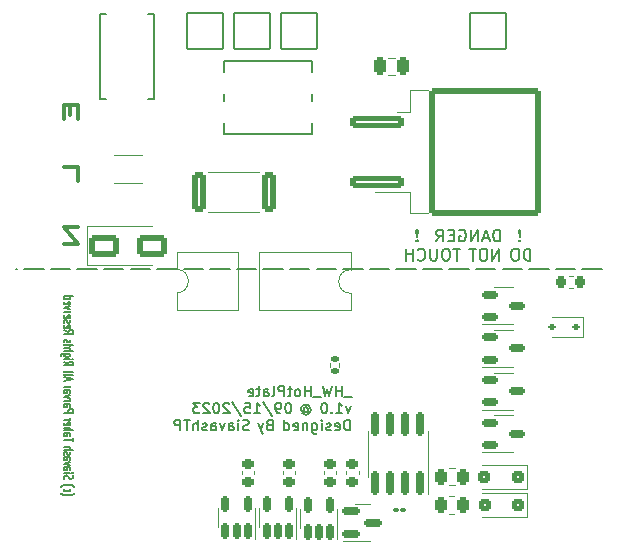
<source format=gbo>
G04 #@! TF.GenerationSoftware,KiCad,Pcbnew,(7.0.0)*
G04 #@! TF.CreationDate,2023-09-29T14:02:52-04:00*
G04 #@! TF.ProjectId,_HW_HotPlate,5f48575f-486f-4745-906c-6174652e6b69,rev?*
G04 #@! TF.SameCoordinates,Original*
G04 #@! TF.FileFunction,Legend,Bot*
G04 #@! TF.FilePolarity,Positive*
%FSLAX46Y46*%
G04 Gerber Fmt 4.6, Leading zero omitted, Abs format (unit mm)*
G04 Created by KiCad (PCBNEW (7.0.0)) date 2023-09-29 14:02:52*
%MOMM*%
%LPD*%
G01*
G04 APERTURE LIST*
G04 Aperture macros list*
%AMRoundRect*
0 Rectangle with rounded corners*
0 $1 Rounding radius*
0 $2 $3 $4 $5 $6 $7 $8 $9 X,Y pos of 4 corners*
0 Add a 4 corners polygon primitive as box body*
4,1,4,$2,$3,$4,$5,$6,$7,$8,$9,$2,$3,0*
0 Add four circle primitives for the rounded corners*
1,1,$1+$1,$2,$3*
1,1,$1+$1,$4,$5*
1,1,$1+$1,$6,$7*
1,1,$1+$1,$8,$9*
0 Add four rect primitives between the rounded corners*
20,1,$1+$1,$2,$3,$4,$5,0*
20,1,$1+$1,$4,$5,$6,$7,0*
20,1,$1+$1,$6,$7,$8,$9,0*
20,1,$1+$1,$8,$9,$2,$3,0*%
G04 Aperture macros list end*
%ADD10C,0.150000*%
%ADD11C,0.127000*%
%ADD12C,0.300000*%
%ADD13C,0.152400*%
%ADD14C,0.120000*%
%ADD15C,2.159000*%
%ADD16C,3.810000*%
%ADD17R,2.600000X2.600000*%
%ADD18C,2.600000*%
%ADD19R,1.700000X1.700000*%
%ADD20O,1.700000X1.700000*%
%ADD21C,3.600000*%
%ADD22C,5.600000*%
%ADD23O,0.890000X1.550000*%
%ADD24O,1.250000X0.950000*%
%ADD25RoundRect,0.102000X-1.500000X-1.500000X1.500000X-1.500000X1.500000X1.500000X-1.500000X1.500000X0*%
%ADD26R,3.000000X3.000000*%
%ADD27C,1.800000*%
%ADD28R,2.997200X1.193800*%
%ADD29O,2.997200X1.193800*%
%ADD30RoundRect,0.150000X0.150000X-0.512500X0.150000X0.512500X-0.150000X0.512500X-0.150000X-0.512500X0*%
%ADD31RoundRect,0.250000X-0.362500X-1.425000X0.362500X-1.425000X0.362500X1.425000X-0.362500X1.425000X0*%
%ADD32RoundRect,0.150000X-0.587500X-0.150000X0.587500X-0.150000X0.587500X0.150000X-0.587500X0.150000X0*%
%ADD33RoundRect,0.250000X-2.050000X-0.300000X2.050000X-0.300000X2.050000X0.300000X-2.050000X0.300000X0*%
%ADD34RoundRect,0.250002X-4.449998X-5.149998X4.449998X-5.149998X4.449998X5.149998X-4.449998X5.149998X0*%
%ADD35RoundRect,0.225000X0.250000X-0.225000X0.250000X0.225000X-0.250000X0.225000X-0.250000X-0.225000X0*%
%ADD36RoundRect,0.250000X-1.000000X-0.650000X1.000000X-0.650000X1.000000X0.650000X-1.000000X0.650000X0*%
%ADD37RoundRect,0.250000X0.262500X0.450000X-0.262500X0.450000X-0.262500X-0.450000X0.262500X-0.450000X0*%
%ADD38RoundRect,0.250000X0.300000X0.300000X-0.300000X0.300000X-0.300000X-0.300000X0.300000X-0.300000X0*%
%ADD39R,1.780000X2.000000*%
%ADD40RoundRect,0.150000X-0.512500X-0.150000X0.512500X-0.150000X0.512500X0.150000X-0.512500X0.150000X0*%
%ADD41RoundRect,0.100000X-0.130000X-0.100000X0.130000X-0.100000X0.130000X0.100000X-0.130000X0.100000X0*%
%ADD42R,2.100000X2.600000*%
%ADD43RoundRect,0.112500X0.187500X0.112500X-0.187500X0.112500X-0.187500X-0.112500X0.187500X-0.112500X0*%
%ADD44RoundRect,0.135000X0.185000X-0.135000X0.185000X0.135000X-0.185000X0.135000X-0.185000X-0.135000X0*%
%ADD45RoundRect,0.150000X0.150000X-0.825000X0.150000X0.825000X-0.150000X0.825000X-0.150000X-0.825000X0*%
%ADD46R,2.895600X2.603500*%
%ADD47RoundRect,0.250000X0.250000X0.475000X-0.250000X0.475000X-0.250000X-0.475000X0.250000X-0.475000X0*%
%ADD48RoundRect,0.218750X-0.218750X-0.256250X0.218750X-0.256250X0.218750X0.256250X-0.218750X0.256250X0*%
G04 APERTURE END LIST*
D10*
X165125400Y-150164800D02*
X163475400Y-150164800D01*
X162875400Y-150164800D02*
X161225400Y-150164800D01*
X160625400Y-150164800D02*
X158975400Y-150164800D01*
X158375400Y-150164800D02*
X156725400Y-150164800D01*
X156125400Y-150164800D02*
X154475400Y-150164800D01*
X153875400Y-150164800D02*
X152225400Y-150164800D01*
X151625400Y-150164800D02*
X149975400Y-150164800D01*
X149375400Y-150164800D02*
X147725400Y-150164800D01*
X147125400Y-150164800D02*
X145475400Y-150164800D01*
X144875400Y-150164800D02*
X143225400Y-150164800D01*
X142625400Y-150164800D02*
X140975400Y-150164800D01*
X140375400Y-150164800D02*
X138725400Y-150164800D01*
X138125400Y-150164800D02*
X136475400Y-150164800D01*
X135875400Y-150164800D02*
X134225400Y-150164800D01*
X133625400Y-150164800D02*
X131975400Y-150164800D01*
X131375400Y-150164800D02*
X129725400Y-150164800D01*
X129125400Y-150164800D02*
X127475400Y-150164800D01*
X126875400Y-150164800D02*
X125225400Y-150164800D01*
X124625400Y-150164800D02*
X122975400Y-150164800D01*
X122375400Y-150164800D02*
X120725400Y-150164800D01*
X120125400Y-150164800D02*
X118475400Y-150164800D01*
X117875400Y-150164800D02*
X116225400Y-150164800D01*
X115625400Y-150164800D02*
X115493800Y-150164800D01*
D11*
X119306340Y-169202706D02*
X119342625Y-169226897D01*
X119342625Y-169226897D02*
X119451482Y-169275278D01*
X119451482Y-169275278D02*
X119524054Y-169299468D01*
X119524054Y-169299468D02*
X119632911Y-169323659D01*
X119632911Y-169323659D02*
X119814340Y-169347849D01*
X119814340Y-169347849D02*
X119959482Y-169347849D01*
X119959482Y-169347849D02*
X120140911Y-169323659D01*
X120140911Y-169323659D02*
X120249768Y-169299468D01*
X120249768Y-169299468D02*
X120322340Y-169275278D01*
X120322340Y-169275278D02*
X120431197Y-169226897D01*
X120431197Y-169226897D02*
X120467482Y-169202706D01*
X119632911Y-168791468D02*
X119596625Y-168839849D01*
X119596625Y-168839849D02*
X119596625Y-168936611D01*
X119596625Y-168936611D02*
X119632911Y-168984992D01*
X119632911Y-168984992D02*
X119669197Y-169009182D01*
X119669197Y-169009182D02*
X119741768Y-169033373D01*
X119741768Y-169033373D02*
X119959482Y-169033373D01*
X119959482Y-169033373D02*
X120032054Y-169009182D01*
X120032054Y-169009182D02*
X120068340Y-168984992D01*
X120068340Y-168984992D02*
X120104625Y-168936611D01*
X120104625Y-168936611D02*
X120104625Y-168839849D01*
X120104625Y-168839849D02*
X120068340Y-168791468D01*
X119306340Y-168622134D02*
X119342625Y-168597944D01*
X119342625Y-168597944D02*
X119451482Y-168549563D01*
X119451482Y-168549563D02*
X119524054Y-168525372D01*
X119524054Y-168525372D02*
X119632911Y-168501182D01*
X119632911Y-168501182D02*
X119814340Y-168476991D01*
X119814340Y-168476991D02*
X119959482Y-168476991D01*
X119959482Y-168476991D02*
X120140911Y-168501182D01*
X120140911Y-168501182D02*
X120249768Y-168525372D01*
X120249768Y-168525372D02*
X120322340Y-168549563D01*
X120322340Y-168549563D02*
X120431197Y-168597944D01*
X120431197Y-168597944D02*
X120467482Y-168622134D01*
X119632911Y-167954477D02*
X119596625Y-167881905D01*
X119596625Y-167881905D02*
X119596625Y-167760953D01*
X119596625Y-167760953D02*
X119632911Y-167712572D01*
X119632911Y-167712572D02*
X119669197Y-167688381D01*
X119669197Y-167688381D02*
X119741768Y-167664191D01*
X119741768Y-167664191D02*
X119814340Y-167664191D01*
X119814340Y-167664191D02*
X119886911Y-167688381D01*
X119886911Y-167688381D02*
X119923197Y-167712572D01*
X119923197Y-167712572D02*
X119959482Y-167760953D01*
X119959482Y-167760953D02*
X119995768Y-167857715D01*
X119995768Y-167857715D02*
X120032054Y-167906096D01*
X120032054Y-167906096D02*
X120068340Y-167930286D01*
X120068340Y-167930286D02*
X120140911Y-167954477D01*
X120140911Y-167954477D02*
X120213482Y-167954477D01*
X120213482Y-167954477D02*
X120286054Y-167930286D01*
X120286054Y-167930286D02*
X120322340Y-167906096D01*
X120322340Y-167906096D02*
X120358625Y-167857715D01*
X120358625Y-167857715D02*
X120358625Y-167736762D01*
X120358625Y-167736762D02*
X120322340Y-167664191D01*
X119596625Y-167446476D02*
X120104625Y-167446476D01*
X120358625Y-167446476D02*
X120322340Y-167470667D01*
X120322340Y-167470667D02*
X120286054Y-167446476D01*
X120286054Y-167446476D02*
X120322340Y-167422286D01*
X120322340Y-167422286D02*
X120358625Y-167446476D01*
X120358625Y-167446476D02*
X120286054Y-167446476D01*
X119596625Y-166986857D02*
X119995768Y-166986857D01*
X119995768Y-166986857D02*
X120068340Y-167011047D01*
X120068340Y-167011047D02*
X120104625Y-167059428D01*
X120104625Y-167059428D02*
X120104625Y-167156190D01*
X120104625Y-167156190D02*
X120068340Y-167204571D01*
X119632911Y-166986857D02*
X119596625Y-167035238D01*
X119596625Y-167035238D02*
X119596625Y-167156190D01*
X119596625Y-167156190D02*
X119632911Y-167204571D01*
X119632911Y-167204571D02*
X119705482Y-167228762D01*
X119705482Y-167228762D02*
X119778054Y-167228762D01*
X119778054Y-167228762D02*
X119850625Y-167204571D01*
X119850625Y-167204571D02*
X119886911Y-167156190D01*
X119886911Y-167156190D02*
X119886911Y-167035238D01*
X119886911Y-167035238D02*
X119923197Y-166986857D01*
X120104625Y-166793333D02*
X119596625Y-166672381D01*
X119596625Y-166672381D02*
X120104625Y-166551428D01*
X119596625Y-166140190D02*
X119995768Y-166140190D01*
X119995768Y-166140190D02*
X120068340Y-166164380D01*
X120068340Y-166164380D02*
X120104625Y-166212761D01*
X120104625Y-166212761D02*
X120104625Y-166309523D01*
X120104625Y-166309523D02*
X120068340Y-166357904D01*
X119632911Y-166140190D02*
X119596625Y-166188571D01*
X119596625Y-166188571D02*
X119596625Y-166309523D01*
X119596625Y-166309523D02*
X119632911Y-166357904D01*
X119632911Y-166357904D02*
X119705482Y-166382095D01*
X119705482Y-166382095D02*
X119778054Y-166382095D01*
X119778054Y-166382095D02*
X119850625Y-166357904D01*
X119850625Y-166357904D02*
X119886911Y-166309523D01*
X119886911Y-166309523D02*
X119886911Y-166188571D01*
X119886911Y-166188571D02*
X119923197Y-166140190D01*
X119632911Y-165922476D02*
X119596625Y-165874095D01*
X119596625Y-165874095D02*
X119596625Y-165777333D01*
X119596625Y-165777333D02*
X119632911Y-165728952D01*
X119632911Y-165728952D02*
X119705482Y-165704761D01*
X119705482Y-165704761D02*
X119741768Y-165704761D01*
X119741768Y-165704761D02*
X119814340Y-165728952D01*
X119814340Y-165728952D02*
X119850625Y-165777333D01*
X119850625Y-165777333D02*
X119850625Y-165849904D01*
X119850625Y-165849904D02*
X119886911Y-165898285D01*
X119886911Y-165898285D02*
X119959482Y-165922476D01*
X119959482Y-165922476D02*
X119995768Y-165922476D01*
X119995768Y-165922476D02*
X120068340Y-165898285D01*
X120068340Y-165898285D02*
X120104625Y-165849904D01*
X120104625Y-165849904D02*
X120104625Y-165777333D01*
X120104625Y-165777333D02*
X120068340Y-165728952D01*
X119596625Y-165487047D02*
X120358625Y-165487047D01*
X119596625Y-165269333D02*
X119995768Y-165269333D01*
X119995768Y-165269333D02*
X120068340Y-165293523D01*
X120068340Y-165293523D02*
X120104625Y-165341904D01*
X120104625Y-165341904D02*
X120104625Y-165414476D01*
X120104625Y-165414476D02*
X120068340Y-165462857D01*
X120068340Y-165462857D02*
X120032054Y-165487047D01*
X120358625Y-164795200D02*
X120358625Y-164504914D01*
X119596625Y-164650057D02*
X120358625Y-164650057D01*
X119596625Y-164117866D02*
X119995768Y-164117866D01*
X119995768Y-164117866D02*
X120068340Y-164142056D01*
X120068340Y-164142056D02*
X120104625Y-164190437D01*
X120104625Y-164190437D02*
X120104625Y-164287199D01*
X120104625Y-164287199D02*
X120068340Y-164335580D01*
X119632911Y-164117866D02*
X119596625Y-164166247D01*
X119596625Y-164166247D02*
X119596625Y-164287199D01*
X119596625Y-164287199D02*
X119632911Y-164335580D01*
X119632911Y-164335580D02*
X119705482Y-164359771D01*
X119705482Y-164359771D02*
X119778054Y-164359771D01*
X119778054Y-164359771D02*
X119850625Y-164335580D01*
X119850625Y-164335580D02*
X119886911Y-164287199D01*
X119886911Y-164287199D02*
X119886911Y-164166247D01*
X119886911Y-164166247D02*
X119923197Y-164117866D01*
X119596625Y-163875961D02*
X120358625Y-163875961D01*
X119596625Y-163658247D02*
X119995768Y-163658247D01*
X119995768Y-163658247D02*
X120068340Y-163682437D01*
X120068340Y-163682437D02*
X120104625Y-163730818D01*
X120104625Y-163730818D02*
X120104625Y-163803390D01*
X120104625Y-163803390D02*
X120068340Y-163851771D01*
X120068340Y-163851771D02*
X120032054Y-163875961D01*
X119632911Y-163222818D02*
X119596625Y-163271199D01*
X119596625Y-163271199D02*
X119596625Y-163367961D01*
X119596625Y-163367961D02*
X119632911Y-163416342D01*
X119632911Y-163416342D02*
X119705482Y-163440533D01*
X119705482Y-163440533D02*
X119995768Y-163440533D01*
X119995768Y-163440533D02*
X120068340Y-163416342D01*
X120068340Y-163416342D02*
X120104625Y-163367961D01*
X120104625Y-163367961D02*
X120104625Y-163271199D01*
X120104625Y-163271199D02*
X120068340Y-163222818D01*
X120068340Y-163222818D02*
X119995768Y-163198628D01*
X119995768Y-163198628D02*
X119923197Y-163198628D01*
X119923197Y-163198628D02*
X119850625Y-163440533D01*
X119596625Y-162980913D02*
X120104625Y-162980913D01*
X119959482Y-162980913D02*
X120032054Y-162956723D01*
X120032054Y-162956723D02*
X120068340Y-162932532D01*
X120068340Y-162932532D02*
X120104625Y-162884151D01*
X120104625Y-162884151D02*
X120104625Y-162835770D01*
X119596625Y-162361637D02*
X120358625Y-162361637D01*
X120358625Y-162361637D02*
X120358625Y-162168113D01*
X120358625Y-162168113D02*
X120322340Y-162119732D01*
X120322340Y-162119732D02*
X120286054Y-162095542D01*
X120286054Y-162095542D02*
X120213482Y-162071351D01*
X120213482Y-162071351D02*
X120104625Y-162071351D01*
X120104625Y-162071351D02*
X120032054Y-162095542D01*
X120032054Y-162095542D02*
X119995768Y-162119732D01*
X119995768Y-162119732D02*
X119959482Y-162168113D01*
X119959482Y-162168113D02*
X119959482Y-162361637D01*
X119596625Y-161635923D02*
X119995768Y-161635923D01*
X119995768Y-161635923D02*
X120068340Y-161660113D01*
X120068340Y-161660113D02*
X120104625Y-161708494D01*
X120104625Y-161708494D02*
X120104625Y-161805256D01*
X120104625Y-161805256D02*
X120068340Y-161853637D01*
X119632911Y-161635923D02*
X119596625Y-161684304D01*
X119596625Y-161684304D02*
X119596625Y-161805256D01*
X119596625Y-161805256D02*
X119632911Y-161853637D01*
X119632911Y-161853637D02*
X119705482Y-161877828D01*
X119705482Y-161877828D02*
X119778054Y-161877828D01*
X119778054Y-161877828D02*
X119850625Y-161853637D01*
X119850625Y-161853637D02*
X119886911Y-161805256D01*
X119886911Y-161805256D02*
X119886911Y-161684304D01*
X119886911Y-161684304D02*
X119923197Y-161635923D01*
X119596625Y-161394018D02*
X120104625Y-161394018D01*
X119959482Y-161394018D02*
X120032054Y-161369828D01*
X120032054Y-161369828D02*
X120068340Y-161345637D01*
X120068340Y-161345637D02*
X120104625Y-161297256D01*
X120104625Y-161297256D02*
X120104625Y-161248875D01*
X120104625Y-161127923D02*
X119596625Y-161006971D01*
X119596625Y-161006971D02*
X120104625Y-160886018D01*
X119596625Y-160474780D02*
X119995768Y-160474780D01*
X119995768Y-160474780D02*
X120068340Y-160498970D01*
X120068340Y-160498970D02*
X120104625Y-160547351D01*
X120104625Y-160547351D02*
X120104625Y-160644113D01*
X120104625Y-160644113D02*
X120068340Y-160692494D01*
X119632911Y-160474780D02*
X119596625Y-160523161D01*
X119596625Y-160523161D02*
X119596625Y-160644113D01*
X119596625Y-160644113D02*
X119632911Y-160692494D01*
X119632911Y-160692494D02*
X119705482Y-160716685D01*
X119705482Y-160716685D02*
X119778054Y-160716685D01*
X119778054Y-160716685D02*
X119850625Y-160692494D01*
X119850625Y-160692494D02*
X119886911Y-160644113D01*
X119886911Y-160644113D02*
X119886911Y-160523161D01*
X119886911Y-160523161D02*
X119923197Y-160474780D01*
X119596625Y-160232875D02*
X120104625Y-160232875D01*
X119959482Y-160232875D02*
X120032054Y-160208685D01*
X120032054Y-160208685D02*
X120068340Y-160184494D01*
X120068340Y-160184494D02*
X120104625Y-160136113D01*
X120104625Y-160136113D02*
X120104625Y-160087732D01*
X119814340Y-159637790D02*
X119814340Y-159395885D01*
X119596625Y-159686171D02*
X120358625Y-159516837D01*
X120358625Y-159516837D02*
X119596625Y-159347504D01*
X119596625Y-159105599D02*
X119632911Y-159153980D01*
X119632911Y-159153980D02*
X119705482Y-159178170D01*
X119705482Y-159178170D02*
X120358625Y-159178170D01*
X119596625Y-158839504D02*
X119632911Y-158887885D01*
X119632911Y-158887885D02*
X119705482Y-158912075D01*
X119705482Y-158912075D02*
X120358625Y-158912075D01*
X119596625Y-158050894D02*
X119959482Y-158220228D01*
X119596625Y-158341180D02*
X120358625Y-158341180D01*
X120358625Y-158341180D02*
X120358625Y-158147656D01*
X120358625Y-158147656D02*
X120322340Y-158099275D01*
X120322340Y-158099275D02*
X120286054Y-158075085D01*
X120286054Y-158075085D02*
X120213482Y-158050894D01*
X120213482Y-158050894D02*
X120104625Y-158050894D01*
X120104625Y-158050894D02*
X120032054Y-158075085D01*
X120032054Y-158075085D02*
X119995768Y-158099275D01*
X119995768Y-158099275D02*
X119959482Y-158147656D01*
X119959482Y-158147656D02*
X119959482Y-158341180D01*
X119596625Y-157833180D02*
X120104625Y-157833180D01*
X120358625Y-157833180D02*
X120322340Y-157857371D01*
X120322340Y-157857371D02*
X120286054Y-157833180D01*
X120286054Y-157833180D02*
X120322340Y-157808990D01*
X120322340Y-157808990D02*
X120358625Y-157833180D01*
X120358625Y-157833180D02*
X120286054Y-157833180D01*
X120104625Y-157373561D02*
X119487768Y-157373561D01*
X119487768Y-157373561D02*
X119415197Y-157397751D01*
X119415197Y-157397751D02*
X119378911Y-157421942D01*
X119378911Y-157421942D02*
X119342625Y-157470323D01*
X119342625Y-157470323D02*
X119342625Y-157542894D01*
X119342625Y-157542894D02*
X119378911Y-157591275D01*
X119632911Y-157373561D02*
X119596625Y-157421942D01*
X119596625Y-157421942D02*
X119596625Y-157518704D01*
X119596625Y-157518704D02*
X119632911Y-157567085D01*
X119632911Y-157567085D02*
X119669197Y-157591275D01*
X119669197Y-157591275D02*
X119741768Y-157615466D01*
X119741768Y-157615466D02*
X119959482Y-157615466D01*
X119959482Y-157615466D02*
X120032054Y-157591275D01*
X120032054Y-157591275D02*
X120068340Y-157567085D01*
X120068340Y-157567085D02*
X120104625Y-157518704D01*
X120104625Y-157518704D02*
X120104625Y-157421942D01*
X120104625Y-157421942D02*
X120068340Y-157373561D01*
X119596625Y-157131656D02*
X120358625Y-157131656D01*
X119596625Y-156913942D02*
X119995768Y-156913942D01*
X119995768Y-156913942D02*
X120068340Y-156938132D01*
X120068340Y-156938132D02*
X120104625Y-156986513D01*
X120104625Y-156986513D02*
X120104625Y-157059085D01*
X120104625Y-157059085D02*
X120068340Y-157107466D01*
X120068340Y-157107466D02*
X120032054Y-157131656D01*
X120104625Y-156744609D02*
X120104625Y-156551085D01*
X120358625Y-156672037D02*
X119705482Y-156672037D01*
X119705482Y-156672037D02*
X119632911Y-156647847D01*
X119632911Y-156647847D02*
X119596625Y-156599466D01*
X119596625Y-156599466D02*
X119596625Y-156551085D01*
X119632911Y-156405942D02*
X119596625Y-156357561D01*
X119596625Y-156357561D02*
X119596625Y-156260799D01*
X119596625Y-156260799D02*
X119632911Y-156212418D01*
X119632911Y-156212418D02*
X119705482Y-156188227D01*
X119705482Y-156188227D02*
X119741768Y-156188227D01*
X119741768Y-156188227D02*
X119814340Y-156212418D01*
X119814340Y-156212418D02*
X119850625Y-156260799D01*
X119850625Y-156260799D02*
X119850625Y-156333370D01*
X119850625Y-156333370D02*
X119886911Y-156381751D01*
X119886911Y-156381751D02*
X119959482Y-156405942D01*
X119959482Y-156405942D02*
X119995768Y-156405942D01*
X119995768Y-156405942D02*
X120068340Y-156381751D01*
X120068340Y-156381751D02*
X120104625Y-156333370D01*
X120104625Y-156333370D02*
X120104625Y-156260799D01*
X120104625Y-156260799D02*
X120068340Y-156212418D01*
X119596625Y-155375427D02*
X119959482Y-155544761D01*
X119596625Y-155665713D02*
X120358625Y-155665713D01*
X120358625Y-155665713D02*
X120358625Y-155472189D01*
X120358625Y-155472189D02*
X120322340Y-155423808D01*
X120322340Y-155423808D02*
X120286054Y-155399618D01*
X120286054Y-155399618D02*
X120213482Y-155375427D01*
X120213482Y-155375427D02*
X120104625Y-155375427D01*
X120104625Y-155375427D02*
X120032054Y-155399618D01*
X120032054Y-155399618D02*
X119995768Y-155423808D01*
X119995768Y-155423808D02*
X119959482Y-155472189D01*
X119959482Y-155472189D02*
X119959482Y-155665713D01*
X119632911Y-154964189D02*
X119596625Y-155012570D01*
X119596625Y-155012570D02*
X119596625Y-155109332D01*
X119596625Y-155109332D02*
X119632911Y-155157713D01*
X119632911Y-155157713D02*
X119705482Y-155181904D01*
X119705482Y-155181904D02*
X119995768Y-155181904D01*
X119995768Y-155181904D02*
X120068340Y-155157713D01*
X120068340Y-155157713D02*
X120104625Y-155109332D01*
X120104625Y-155109332D02*
X120104625Y-155012570D01*
X120104625Y-155012570D02*
X120068340Y-154964189D01*
X120068340Y-154964189D02*
X119995768Y-154939999D01*
X119995768Y-154939999D02*
X119923197Y-154939999D01*
X119923197Y-154939999D02*
X119850625Y-155181904D01*
X119632911Y-154746475D02*
X119596625Y-154698094D01*
X119596625Y-154698094D02*
X119596625Y-154601332D01*
X119596625Y-154601332D02*
X119632911Y-154552951D01*
X119632911Y-154552951D02*
X119705482Y-154528760D01*
X119705482Y-154528760D02*
X119741768Y-154528760D01*
X119741768Y-154528760D02*
X119814340Y-154552951D01*
X119814340Y-154552951D02*
X119850625Y-154601332D01*
X119850625Y-154601332D02*
X119850625Y-154673903D01*
X119850625Y-154673903D02*
X119886911Y-154722284D01*
X119886911Y-154722284D02*
X119959482Y-154746475D01*
X119959482Y-154746475D02*
X119995768Y-154746475D01*
X119995768Y-154746475D02*
X120068340Y-154722284D01*
X120068340Y-154722284D02*
X120104625Y-154673903D01*
X120104625Y-154673903D02*
X120104625Y-154601332D01*
X120104625Y-154601332D02*
X120068340Y-154552951D01*
X119632911Y-154117522D02*
X119596625Y-154165903D01*
X119596625Y-154165903D02*
X119596625Y-154262665D01*
X119596625Y-154262665D02*
X119632911Y-154311046D01*
X119632911Y-154311046D02*
X119705482Y-154335237D01*
X119705482Y-154335237D02*
X119995768Y-154335237D01*
X119995768Y-154335237D02*
X120068340Y-154311046D01*
X120068340Y-154311046D02*
X120104625Y-154262665D01*
X120104625Y-154262665D02*
X120104625Y-154165903D01*
X120104625Y-154165903D02*
X120068340Y-154117522D01*
X120068340Y-154117522D02*
X119995768Y-154093332D01*
X119995768Y-154093332D02*
X119923197Y-154093332D01*
X119923197Y-154093332D02*
X119850625Y-154335237D01*
X119596625Y-153875617D02*
X120104625Y-153875617D01*
X119959482Y-153875617D02*
X120032054Y-153851427D01*
X120032054Y-153851427D02*
X120068340Y-153827236D01*
X120068340Y-153827236D02*
X120104625Y-153778855D01*
X120104625Y-153778855D02*
X120104625Y-153730474D01*
X120104625Y-153609522D02*
X119596625Y-153488570D01*
X119596625Y-153488570D02*
X120104625Y-153367617D01*
X119632911Y-152980569D02*
X119596625Y-153028950D01*
X119596625Y-153028950D02*
X119596625Y-153125712D01*
X119596625Y-153125712D02*
X119632911Y-153174093D01*
X119632911Y-153174093D02*
X119705482Y-153198284D01*
X119705482Y-153198284D02*
X119995768Y-153198284D01*
X119995768Y-153198284D02*
X120068340Y-153174093D01*
X120068340Y-153174093D02*
X120104625Y-153125712D01*
X120104625Y-153125712D02*
X120104625Y-153028950D01*
X120104625Y-153028950D02*
X120068340Y-152980569D01*
X120068340Y-152980569D02*
X119995768Y-152956379D01*
X119995768Y-152956379D02*
X119923197Y-152956379D01*
X119923197Y-152956379D02*
X119850625Y-153198284D01*
X119596625Y-152520950D02*
X120358625Y-152520950D01*
X119632911Y-152520950D02*
X119596625Y-152569331D01*
X119596625Y-152569331D02*
X119596625Y-152666093D01*
X119596625Y-152666093D02*
X119632911Y-152714474D01*
X119632911Y-152714474D02*
X119669197Y-152738664D01*
X119669197Y-152738664D02*
X119741768Y-152762855D01*
X119741768Y-152762855D02*
X119959482Y-152762855D01*
X119959482Y-152762855D02*
X120032054Y-152738664D01*
X120032054Y-152738664D02*
X120068340Y-152714474D01*
X120068340Y-152714474D02*
X120104625Y-152666093D01*
X120104625Y-152666093D02*
X120104625Y-152569331D01*
X120104625Y-152569331D02*
X120068340Y-152520950D01*
D10*
X143992600Y-161069444D02*
X143315266Y-161069444D01*
X143103600Y-160984777D02*
X143103600Y-160095777D01*
X143103600Y-160519111D02*
X142595600Y-160519111D01*
X142595600Y-160984777D02*
X142595600Y-160095777D01*
X142256934Y-160095777D02*
X142045267Y-160984777D01*
X142045267Y-160984777D02*
X141875934Y-160349777D01*
X141875934Y-160349777D02*
X141706600Y-160984777D01*
X141706600Y-160984777D02*
X141494934Y-160095777D01*
X141367934Y-161069444D02*
X140690600Y-161069444D01*
X140478934Y-160984777D02*
X140478934Y-160095777D01*
X140478934Y-160519111D02*
X139970934Y-160519111D01*
X139970934Y-160984777D02*
X139970934Y-160095777D01*
X139420601Y-160984777D02*
X139505268Y-160942444D01*
X139505268Y-160942444D02*
X139547601Y-160900111D01*
X139547601Y-160900111D02*
X139589934Y-160815444D01*
X139589934Y-160815444D02*
X139589934Y-160561444D01*
X139589934Y-160561444D02*
X139547601Y-160476777D01*
X139547601Y-160476777D02*
X139505268Y-160434444D01*
X139505268Y-160434444D02*
X139420601Y-160392111D01*
X139420601Y-160392111D02*
X139293601Y-160392111D01*
X139293601Y-160392111D02*
X139208934Y-160434444D01*
X139208934Y-160434444D02*
X139166601Y-160476777D01*
X139166601Y-160476777D02*
X139124268Y-160561444D01*
X139124268Y-160561444D02*
X139124268Y-160815444D01*
X139124268Y-160815444D02*
X139166601Y-160900111D01*
X139166601Y-160900111D02*
X139208934Y-160942444D01*
X139208934Y-160942444D02*
X139293601Y-160984777D01*
X139293601Y-160984777D02*
X139420601Y-160984777D01*
X138870268Y-160392111D02*
X138531601Y-160392111D01*
X138743268Y-160095777D02*
X138743268Y-160857777D01*
X138743268Y-160857777D02*
X138700935Y-160942444D01*
X138700935Y-160942444D02*
X138616268Y-160984777D01*
X138616268Y-160984777D02*
X138531601Y-160984777D01*
X138235268Y-160984777D02*
X138235268Y-160095777D01*
X138235268Y-160095777D02*
X137896601Y-160095777D01*
X137896601Y-160095777D02*
X137811935Y-160138111D01*
X137811935Y-160138111D02*
X137769601Y-160180444D01*
X137769601Y-160180444D02*
X137727268Y-160265111D01*
X137727268Y-160265111D02*
X137727268Y-160392111D01*
X137727268Y-160392111D02*
X137769601Y-160476777D01*
X137769601Y-160476777D02*
X137811935Y-160519111D01*
X137811935Y-160519111D02*
X137896601Y-160561444D01*
X137896601Y-160561444D02*
X138235268Y-160561444D01*
X137219268Y-160984777D02*
X137303935Y-160942444D01*
X137303935Y-160942444D02*
X137346268Y-160857777D01*
X137346268Y-160857777D02*
X137346268Y-160095777D01*
X136499601Y-160984777D02*
X136499601Y-160519111D01*
X136499601Y-160519111D02*
X136541934Y-160434444D01*
X136541934Y-160434444D02*
X136626601Y-160392111D01*
X136626601Y-160392111D02*
X136795934Y-160392111D01*
X136795934Y-160392111D02*
X136880601Y-160434444D01*
X136499601Y-160942444D02*
X136584268Y-160984777D01*
X136584268Y-160984777D02*
X136795934Y-160984777D01*
X136795934Y-160984777D02*
X136880601Y-160942444D01*
X136880601Y-160942444D02*
X136922934Y-160857777D01*
X136922934Y-160857777D02*
X136922934Y-160773111D01*
X136922934Y-160773111D02*
X136880601Y-160688444D01*
X136880601Y-160688444D02*
X136795934Y-160646111D01*
X136795934Y-160646111D02*
X136584268Y-160646111D01*
X136584268Y-160646111D02*
X136499601Y-160603777D01*
X136203268Y-160392111D02*
X135864601Y-160392111D01*
X136076268Y-160095777D02*
X136076268Y-160857777D01*
X136076268Y-160857777D02*
X136033935Y-160942444D01*
X136033935Y-160942444D02*
X135949268Y-160984777D01*
X135949268Y-160984777D02*
X135864601Y-160984777D01*
X135229601Y-160942444D02*
X135314268Y-160984777D01*
X135314268Y-160984777D02*
X135483601Y-160984777D01*
X135483601Y-160984777D02*
X135568268Y-160942444D01*
X135568268Y-160942444D02*
X135610601Y-160857777D01*
X135610601Y-160857777D02*
X135610601Y-160519111D01*
X135610601Y-160519111D02*
X135568268Y-160434444D01*
X135568268Y-160434444D02*
X135483601Y-160392111D01*
X135483601Y-160392111D02*
X135314268Y-160392111D01*
X135314268Y-160392111D02*
X135229601Y-160434444D01*
X135229601Y-160434444D02*
X135187268Y-160519111D01*
X135187268Y-160519111D02*
X135187268Y-160603777D01*
X135187268Y-160603777D02*
X135610601Y-160688444D01*
X143865600Y-161832291D02*
X143653933Y-162424957D01*
X143653933Y-162424957D02*
X143442266Y-161832291D01*
X142637933Y-162424957D02*
X143145933Y-162424957D01*
X142891933Y-162424957D02*
X142891933Y-161535957D01*
X142891933Y-161535957D02*
X142976600Y-161662957D01*
X142976600Y-161662957D02*
X143061267Y-161747624D01*
X143061267Y-161747624D02*
X143145933Y-161789957D01*
X142256933Y-162340291D02*
X142214600Y-162382624D01*
X142214600Y-162382624D02*
X142256933Y-162424957D01*
X142256933Y-162424957D02*
X142299266Y-162382624D01*
X142299266Y-162382624D02*
X142256933Y-162340291D01*
X142256933Y-162340291D02*
X142256933Y-162424957D01*
X141664267Y-161535957D02*
X141579600Y-161535957D01*
X141579600Y-161535957D02*
X141494933Y-161578291D01*
X141494933Y-161578291D02*
X141452600Y-161620624D01*
X141452600Y-161620624D02*
X141410267Y-161705291D01*
X141410267Y-161705291D02*
X141367933Y-161874624D01*
X141367933Y-161874624D02*
X141367933Y-162086291D01*
X141367933Y-162086291D02*
X141410267Y-162255624D01*
X141410267Y-162255624D02*
X141452600Y-162340291D01*
X141452600Y-162340291D02*
X141494933Y-162382624D01*
X141494933Y-162382624D02*
X141579600Y-162424957D01*
X141579600Y-162424957D02*
X141664267Y-162424957D01*
X141664267Y-162424957D02*
X141748933Y-162382624D01*
X141748933Y-162382624D02*
X141791267Y-162340291D01*
X141791267Y-162340291D02*
X141833600Y-162255624D01*
X141833600Y-162255624D02*
X141875933Y-162086291D01*
X141875933Y-162086291D02*
X141875933Y-161874624D01*
X141875933Y-161874624D02*
X141833600Y-161705291D01*
X141833600Y-161705291D02*
X141791267Y-161620624D01*
X141791267Y-161620624D02*
X141748933Y-161578291D01*
X141748933Y-161578291D02*
X141664267Y-161535957D01*
X139903200Y-162001624D02*
X139945533Y-161959291D01*
X139945533Y-161959291D02*
X140030200Y-161916957D01*
X140030200Y-161916957D02*
X140114866Y-161916957D01*
X140114866Y-161916957D02*
X140199533Y-161959291D01*
X140199533Y-161959291D02*
X140241866Y-162001624D01*
X140241866Y-162001624D02*
X140284200Y-162086291D01*
X140284200Y-162086291D02*
X140284200Y-162170957D01*
X140284200Y-162170957D02*
X140241866Y-162255624D01*
X140241866Y-162255624D02*
X140199533Y-162297957D01*
X140199533Y-162297957D02*
X140114866Y-162340291D01*
X140114866Y-162340291D02*
X140030200Y-162340291D01*
X140030200Y-162340291D02*
X139945533Y-162297957D01*
X139945533Y-162297957D02*
X139903200Y-162255624D01*
X139903200Y-161916957D02*
X139903200Y-162255624D01*
X139903200Y-162255624D02*
X139860866Y-162297957D01*
X139860866Y-162297957D02*
X139818533Y-162297957D01*
X139818533Y-162297957D02*
X139733866Y-162255624D01*
X139733866Y-162255624D02*
X139691533Y-162170957D01*
X139691533Y-162170957D02*
X139691533Y-161959291D01*
X139691533Y-161959291D02*
X139776200Y-161832291D01*
X139776200Y-161832291D02*
X139903200Y-161747624D01*
X139903200Y-161747624D02*
X140072533Y-161705291D01*
X140072533Y-161705291D02*
X140241866Y-161747624D01*
X140241866Y-161747624D02*
X140368866Y-161832291D01*
X140368866Y-161832291D02*
X140453533Y-161959291D01*
X140453533Y-161959291D02*
X140495866Y-162128624D01*
X140495866Y-162128624D02*
X140453533Y-162297957D01*
X140453533Y-162297957D02*
X140368866Y-162424957D01*
X140368866Y-162424957D02*
X140241866Y-162509624D01*
X140241866Y-162509624D02*
X140072533Y-162551957D01*
X140072533Y-162551957D02*
X139903200Y-162509624D01*
X139903200Y-162509624D02*
X139776200Y-162424957D01*
X138607800Y-161535957D02*
X138523133Y-161535957D01*
X138523133Y-161535957D02*
X138438466Y-161578291D01*
X138438466Y-161578291D02*
X138396133Y-161620624D01*
X138396133Y-161620624D02*
X138353800Y-161705291D01*
X138353800Y-161705291D02*
X138311466Y-161874624D01*
X138311466Y-161874624D02*
X138311466Y-162086291D01*
X138311466Y-162086291D02*
X138353800Y-162255624D01*
X138353800Y-162255624D02*
X138396133Y-162340291D01*
X138396133Y-162340291D02*
X138438466Y-162382624D01*
X138438466Y-162382624D02*
X138523133Y-162424957D01*
X138523133Y-162424957D02*
X138607800Y-162424957D01*
X138607800Y-162424957D02*
X138692466Y-162382624D01*
X138692466Y-162382624D02*
X138734800Y-162340291D01*
X138734800Y-162340291D02*
X138777133Y-162255624D01*
X138777133Y-162255624D02*
X138819466Y-162086291D01*
X138819466Y-162086291D02*
X138819466Y-161874624D01*
X138819466Y-161874624D02*
X138777133Y-161705291D01*
X138777133Y-161705291D02*
X138734800Y-161620624D01*
X138734800Y-161620624D02*
X138692466Y-161578291D01*
X138692466Y-161578291D02*
X138607800Y-161535957D01*
X137888133Y-162424957D02*
X137718799Y-162424957D01*
X137718799Y-162424957D02*
X137634133Y-162382624D01*
X137634133Y-162382624D02*
X137591799Y-162340291D01*
X137591799Y-162340291D02*
X137507133Y-162213291D01*
X137507133Y-162213291D02*
X137464799Y-162043957D01*
X137464799Y-162043957D02*
X137464799Y-161705291D01*
X137464799Y-161705291D02*
X137507133Y-161620624D01*
X137507133Y-161620624D02*
X137549466Y-161578291D01*
X137549466Y-161578291D02*
X137634133Y-161535957D01*
X137634133Y-161535957D02*
X137803466Y-161535957D01*
X137803466Y-161535957D02*
X137888133Y-161578291D01*
X137888133Y-161578291D02*
X137930466Y-161620624D01*
X137930466Y-161620624D02*
X137972799Y-161705291D01*
X137972799Y-161705291D02*
X137972799Y-161916957D01*
X137972799Y-161916957D02*
X137930466Y-162001624D01*
X137930466Y-162001624D02*
X137888133Y-162043957D01*
X137888133Y-162043957D02*
X137803466Y-162086291D01*
X137803466Y-162086291D02*
X137634133Y-162086291D01*
X137634133Y-162086291D02*
X137549466Y-162043957D01*
X137549466Y-162043957D02*
X137507133Y-162001624D01*
X137507133Y-162001624D02*
X137464799Y-161916957D01*
X136448799Y-161493624D02*
X137210799Y-162636624D01*
X135686799Y-162424957D02*
X136194799Y-162424957D01*
X135940799Y-162424957D02*
X135940799Y-161535957D01*
X135940799Y-161535957D02*
X136025466Y-161662957D01*
X136025466Y-161662957D02*
X136110133Y-161747624D01*
X136110133Y-161747624D02*
X136194799Y-161789957D01*
X134882466Y-161535957D02*
X135305799Y-161535957D01*
X135305799Y-161535957D02*
X135348132Y-161959291D01*
X135348132Y-161959291D02*
X135305799Y-161916957D01*
X135305799Y-161916957D02*
X135221132Y-161874624D01*
X135221132Y-161874624D02*
X135009466Y-161874624D01*
X135009466Y-161874624D02*
X134924799Y-161916957D01*
X134924799Y-161916957D02*
X134882466Y-161959291D01*
X134882466Y-161959291D02*
X134840132Y-162043957D01*
X134840132Y-162043957D02*
X134840132Y-162255624D01*
X134840132Y-162255624D02*
X134882466Y-162340291D01*
X134882466Y-162340291D02*
X134924799Y-162382624D01*
X134924799Y-162382624D02*
X135009466Y-162424957D01*
X135009466Y-162424957D02*
X135221132Y-162424957D01*
X135221132Y-162424957D02*
X135305799Y-162382624D01*
X135305799Y-162382624D02*
X135348132Y-162340291D01*
X133824132Y-161493624D02*
X134586132Y-162636624D01*
X133570132Y-161620624D02*
X133527799Y-161578291D01*
X133527799Y-161578291D02*
X133443132Y-161535957D01*
X133443132Y-161535957D02*
X133231466Y-161535957D01*
X133231466Y-161535957D02*
X133146799Y-161578291D01*
X133146799Y-161578291D02*
X133104466Y-161620624D01*
X133104466Y-161620624D02*
X133062132Y-161705291D01*
X133062132Y-161705291D02*
X133062132Y-161789957D01*
X133062132Y-161789957D02*
X133104466Y-161916957D01*
X133104466Y-161916957D02*
X133612466Y-162424957D01*
X133612466Y-162424957D02*
X133062132Y-162424957D01*
X132511799Y-161535957D02*
X132427132Y-161535957D01*
X132427132Y-161535957D02*
X132342465Y-161578291D01*
X132342465Y-161578291D02*
X132300132Y-161620624D01*
X132300132Y-161620624D02*
X132257799Y-161705291D01*
X132257799Y-161705291D02*
X132215465Y-161874624D01*
X132215465Y-161874624D02*
X132215465Y-162086291D01*
X132215465Y-162086291D02*
X132257799Y-162255624D01*
X132257799Y-162255624D02*
X132300132Y-162340291D01*
X132300132Y-162340291D02*
X132342465Y-162382624D01*
X132342465Y-162382624D02*
X132427132Y-162424957D01*
X132427132Y-162424957D02*
X132511799Y-162424957D01*
X132511799Y-162424957D02*
X132596465Y-162382624D01*
X132596465Y-162382624D02*
X132638799Y-162340291D01*
X132638799Y-162340291D02*
X132681132Y-162255624D01*
X132681132Y-162255624D02*
X132723465Y-162086291D01*
X132723465Y-162086291D02*
X132723465Y-161874624D01*
X132723465Y-161874624D02*
X132681132Y-161705291D01*
X132681132Y-161705291D02*
X132638799Y-161620624D01*
X132638799Y-161620624D02*
X132596465Y-161578291D01*
X132596465Y-161578291D02*
X132511799Y-161535957D01*
X131876798Y-161620624D02*
X131834465Y-161578291D01*
X131834465Y-161578291D02*
X131749798Y-161535957D01*
X131749798Y-161535957D02*
X131538132Y-161535957D01*
X131538132Y-161535957D02*
X131453465Y-161578291D01*
X131453465Y-161578291D02*
X131411132Y-161620624D01*
X131411132Y-161620624D02*
X131368798Y-161705291D01*
X131368798Y-161705291D02*
X131368798Y-161789957D01*
X131368798Y-161789957D02*
X131411132Y-161916957D01*
X131411132Y-161916957D02*
X131919132Y-162424957D01*
X131919132Y-162424957D02*
X131368798Y-162424957D01*
X131072465Y-161535957D02*
X130522131Y-161535957D01*
X130522131Y-161535957D02*
X130818465Y-161874624D01*
X130818465Y-161874624D02*
X130691465Y-161874624D01*
X130691465Y-161874624D02*
X130606798Y-161916957D01*
X130606798Y-161916957D02*
X130564465Y-161959291D01*
X130564465Y-161959291D02*
X130522131Y-162043957D01*
X130522131Y-162043957D02*
X130522131Y-162255624D01*
X130522131Y-162255624D02*
X130564465Y-162340291D01*
X130564465Y-162340291D02*
X130606798Y-162382624D01*
X130606798Y-162382624D02*
X130691465Y-162424957D01*
X130691465Y-162424957D02*
X130945465Y-162424957D01*
X130945465Y-162424957D02*
X131030131Y-162382624D01*
X131030131Y-162382624D02*
X131072465Y-162340291D01*
X143780933Y-163865137D02*
X143780933Y-162976137D01*
X143780933Y-162976137D02*
X143569266Y-162976137D01*
X143569266Y-162976137D02*
X143442266Y-163018471D01*
X143442266Y-163018471D02*
X143357600Y-163103137D01*
X143357600Y-163103137D02*
X143315266Y-163187804D01*
X143315266Y-163187804D02*
X143272933Y-163357137D01*
X143272933Y-163357137D02*
X143272933Y-163484137D01*
X143272933Y-163484137D02*
X143315266Y-163653471D01*
X143315266Y-163653471D02*
X143357600Y-163738137D01*
X143357600Y-163738137D02*
X143442266Y-163822804D01*
X143442266Y-163822804D02*
X143569266Y-163865137D01*
X143569266Y-163865137D02*
X143780933Y-163865137D01*
X142553266Y-163822804D02*
X142637933Y-163865137D01*
X142637933Y-163865137D02*
X142807266Y-163865137D01*
X142807266Y-163865137D02*
X142891933Y-163822804D01*
X142891933Y-163822804D02*
X142934266Y-163738137D01*
X142934266Y-163738137D02*
X142934266Y-163399471D01*
X142934266Y-163399471D02*
X142891933Y-163314804D01*
X142891933Y-163314804D02*
X142807266Y-163272471D01*
X142807266Y-163272471D02*
X142637933Y-163272471D01*
X142637933Y-163272471D02*
X142553266Y-163314804D01*
X142553266Y-163314804D02*
X142510933Y-163399471D01*
X142510933Y-163399471D02*
X142510933Y-163484137D01*
X142510933Y-163484137D02*
X142934266Y-163568804D01*
X142172266Y-163822804D02*
X142087600Y-163865137D01*
X142087600Y-163865137D02*
X141918266Y-163865137D01*
X141918266Y-163865137D02*
X141833600Y-163822804D01*
X141833600Y-163822804D02*
X141791266Y-163738137D01*
X141791266Y-163738137D02*
X141791266Y-163695804D01*
X141791266Y-163695804D02*
X141833600Y-163611137D01*
X141833600Y-163611137D02*
X141918266Y-163568804D01*
X141918266Y-163568804D02*
X142045266Y-163568804D01*
X142045266Y-163568804D02*
X142129933Y-163526471D01*
X142129933Y-163526471D02*
X142172266Y-163441804D01*
X142172266Y-163441804D02*
X142172266Y-163399471D01*
X142172266Y-163399471D02*
X142129933Y-163314804D01*
X142129933Y-163314804D02*
X142045266Y-163272471D01*
X142045266Y-163272471D02*
X141918266Y-163272471D01*
X141918266Y-163272471D02*
X141833600Y-163314804D01*
X141410266Y-163865137D02*
X141410266Y-163272471D01*
X141410266Y-162976137D02*
X141452599Y-163018471D01*
X141452599Y-163018471D02*
X141410266Y-163060804D01*
X141410266Y-163060804D02*
X141367933Y-163018471D01*
X141367933Y-163018471D02*
X141410266Y-162976137D01*
X141410266Y-162976137D02*
X141410266Y-163060804D01*
X140605933Y-163272471D02*
X140605933Y-163992137D01*
X140605933Y-163992137D02*
X140648266Y-164076804D01*
X140648266Y-164076804D02*
X140690600Y-164119137D01*
X140690600Y-164119137D02*
X140775266Y-164161471D01*
X140775266Y-164161471D02*
X140902266Y-164161471D01*
X140902266Y-164161471D02*
X140986933Y-164119137D01*
X140605933Y-163822804D02*
X140690600Y-163865137D01*
X140690600Y-163865137D02*
X140859933Y-163865137D01*
X140859933Y-163865137D02*
X140944600Y-163822804D01*
X140944600Y-163822804D02*
X140986933Y-163780471D01*
X140986933Y-163780471D02*
X141029266Y-163695804D01*
X141029266Y-163695804D02*
X141029266Y-163441804D01*
X141029266Y-163441804D02*
X140986933Y-163357137D01*
X140986933Y-163357137D02*
X140944600Y-163314804D01*
X140944600Y-163314804D02*
X140859933Y-163272471D01*
X140859933Y-163272471D02*
X140690600Y-163272471D01*
X140690600Y-163272471D02*
X140605933Y-163314804D01*
X140182600Y-163272471D02*
X140182600Y-163865137D01*
X140182600Y-163357137D02*
X140140267Y-163314804D01*
X140140267Y-163314804D02*
X140055600Y-163272471D01*
X140055600Y-163272471D02*
X139928600Y-163272471D01*
X139928600Y-163272471D02*
X139843933Y-163314804D01*
X139843933Y-163314804D02*
X139801600Y-163399471D01*
X139801600Y-163399471D02*
X139801600Y-163865137D01*
X139039600Y-163822804D02*
X139124267Y-163865137D01*
X139124267Y-163865137D02*
X139293600Y-163865137D01*
X139293600Y-163865137D02*
X139378267Y-163822804D01*
X139378267Y-163822804D02*
X139420600Y-163738137D01*
X139420600Y-163738137D02*
X139420600Y-163399471D01*
X139420600Y-163399471D02*
X139378267Y-163314804D01*
X139378267Y-163314804D02*
X139293600Y-163272471D01*
X139293600Y-163272471D02*
X139124267Y-163272471D01*
X139124267Y-163272471D02*
X139039600Y-163314804D01*
X139039600Y-163314804D02*
X138997267Y-163399471D01*
X138997267Y-163399471D02*
X138997267Y-163484137D01*
X138997267Y-163484137D02*
X139420600Y-163568804D01*
X138235267Y-163865137D02*
X138235267Y-162976137D01*
X138235267Y-163822804D02*
X138319934Y-163865137D01*
X138319934Y-163865137D02*
X138489267Y-163865137D01*
X138489267Y-163865137D02*
X138573934Y-163822804D01*
X138573934Y-163822804D02*
X138616267Y-163780471D01*
X138616267Y-163780471D02*
X138658600Y-163695804D01*
X138658600Y-163695804D02*
X138658600Y-163441804D01*
X138658600Y-163441804D02*
X138616267Y-163357137D01*
X138616267Y-163357137D02*
X138573934Y-163314804D01*
X138573934Y-163314804D02*
X138489267Y-163272471D01*
X138489267Y-163272471D02*
X138319934Y-163272471D01*
X138319934Y-163272471D02*
X138235267Y-163314804D01*
X136982201Y-163399471D02*
X136855201Y-163441804D01*
X136855201Y-163441804D02*
X136812867Y-163484137D01*
X136812867Y-163484137D02*
X136770534Y-163568804D01*
X136770534Y-163568804D02*
X136770534Y-163695804D01*
X136770534Y-163695804D02*
X136812867Y-163780471D01*
X136812867Y-163780471D02*
X136855201Y-163822804D01*
X136855201Y-163822804D02*
X136939867Y-163865137D01*
X136939867Y-163865137D02*
X137278534Y-163865137D01*
X137278534Y-163865137D02*
X137278534Y-162976137D01*
X137278534Y-162976137D02*
X136982201Y-162976137D01*
X136982201Y-162976137D02*
X136897534Y-163018471D01*
X136897534Y-163018471D02*
X136855201Y-163060804D01*
X136855201Y-163060804D02*
X136812867Y-163145471D01*
X136812867Y-163145471D02*
X136812867Y-163230137D01*
X136812867Y-163230137D02*
X136855201Y-163314804D01*
X136855201Y-163314804D02*
X136897534Y-163357137D01*
X136897534Y-163357137D02*
X136982201Y-163399471D01*
X136982201Y-163399471D02*
X137278534Y-163399471D01*
X136474201Y-163272471D02*
X136262534Y-163865137D01*
X136050867Y-163272471D02*
X136262534Y-163865137D01*
X136262534Y-163865137D02*
X136347201Y-164076804D01*
X136347201Y-164076804D02*
X136389534Y-164119137D01*
X136389534Y-164119137D02*
X136474201Y-164161471D01*
X135221134Y-163822804D02*
X135094134Y-163865137D01*
X135094134Y-163865137D02*
X134882468Y-163865137D01*
X134882468Y-163865137D02*
X134797801Y-163822804D01*
X134797801Y-163822804D02*
X134755468Y-163780471D01*
X134755468Y-163780471D02*
X134713134Y-163695804D01*
X134713134Y-163695804D02*
X134713134Y-163611137D01*
X134713134Y-163611137D02*
X134755468Y-163526471D01*
X134755468Y-163526471D02*
X134797801Y-163484137D01*
X134797801Y-163484137D02*
X134882468Y-163441804D01*
X134882468Y-163441804D02*
X135051801Y-163399471D01*
X135051801Y-163399471D02*
X135136468Y-163357137D01*
X135136468Y-163357137D02*
X135178801Y-163314804D01*
X135178801Y-163314804D02*
X135221134Y-163230137D01*
X135221134Y-163230137D02*
X135221134Y-163145471D01*
X135221134Y-163145471D02*
X135178801Y-163060804D01*
X135178801Y-163060804D02*
X135136468Y-163018471D01*
X135136468Y-163018471D02*
X135051801Y-162976137D01*
X135051801Y-162976137D02*
X134840134Y-162976137D01*
X134840134Y-162976137D02*
X134713134Y-163018471D01*
X134332134Y-163865137D02*
X134332134Y-163272471D01*
X134332134Y-162976137D02*
X134374467Y-163018471D01*
X134374467Y-163018471D02*
X134332134Y-163060804D01*
X134332134Y-163060804D02*
X134289801Y-163018471D01*
X134289801Y-163018471D02*
X134332134Y-162976137D01*
X134332134Y-162976137D02*
X134332134Y-163060804D01*
X133527801Y-163865137D02*
X133527801Y-163399471D01*
X133527801Y-163399471D02*
X133570134Y-163314804D01*
X133570134Y-163314804D02*
X133654801Y-163272471D01*
X133654801Y-163272471D02*
X133824134Y-163272471D01*
X133824134Y-163272471D02*
X133908801Y-163314804D01*
X133527801Y-163822804D02*
X133612468Y-163865137D01*
X133612468Y-163865137D02*
X133824134Y-163865137D01*
X133824134Y-163865137D02*
X133908801Y-163822804D01*
X133908801Y-163822804D02*
X133951134Y-163738137D01*
X133951134Y-163738137D02*
X133951134Y-163653471D01*
X133951134Y-163653471D02*
X133908801Y-163568804D01*
X133908801Y-163568804D02*
X133824134Y-163526471D01*
X133824134Y-163526471D02*
X133612468Y-163526471D01*
X133612468Y-163526471D02*
X133527801Y-163484137D01*
X133189135Y-163272471D02*
X132977468Y-163865137D01*
X132977468Y-163865137D02*
X132765801Y-163272471D01*
X132046135Y-163865137D02*
X132046135Y-163399471D01*
X132046135Y-163399471D02*
X132088468Y-163314804D01*
X132088468Y-163314804D02*
X132173135Y-163272471D01*
X132173135Y-163272471D02*
X132342468Y-163272471D01*
X132342468Y-163272471D02*
X132427135Y-163314804D01*
X132046135Y-163822804D02*
X132130802Y-163865137D01*
X132130802Y-163865137D02*
X132342468Y-163865137D01*
X132342468Y-163865137D02*
X132427135Y-163822804D01*
X132427135Y-163822804D02*
X132469468Y-163738137D01*
X132469468Y-163738137D02*
X132469468Y-163653471D01*
X132469468Y-163653471D02*
X132427135Y-163568804D01*
X132427135Y-163568804D02*
X132342468Y-163526471D01*
X132342468Y-163526471D02*
X132130802Y-163526471D01*
X132130802Y-163526471D02*
X132046135Y-163484137D01*
X131665135Y-163822804D02*
X131580469Y-163865137D01*
X131580469Y-163865137D02*
X131411135Y-163865137D01*
X131411135Y-163865137D02*
X131326469Y-163822804D01*
X131326469Y-163822804D02*
X131284135Y-163738137D01*
X131284135Y-163738137D02*
X131284135Y-163695804D01*
X131284135Y-163695804D02*
X131326469Y-163611137D01*
X131326469Y-163611137D02*
X131411135Y-163568804D01*
X131411135Y-163568804D02*
X131538135Y-163568804D01*
X131538135Y-163568804D02*
X131622802Y-163526471D01*
X131622802Y-163526471D02*
X131665135Y-163441804D01*
X131665135Y-163441804D02*
X131665135Y-163399471D01*
X131665135Y-163399471D02*
X131622802Y-163314804D01*
X131622802Y-163314804D02*
X131538135Y-163272471D01*
X131538135Y-163272471D02*
X131411135Y-163272471D01*
X131411135Y-163272471D02*
X131326469Y-163314804D01*
X130903135Y-163865137D02*
X130903135Y-162976137D01*
X130522135Y-163865137D02*
X130522135Y-163399471D01*
X130522135Y-163399471D02*
X130564468Y-163314804D01*
X130564468Y-163314804D02*
X130649135Y-163272471D01*
X130649135Y-163272471D02*
X130776135Y-163272471D01*
X130776135Y-163272471D02*
X130860802Y-163314804D01*
X130860802Y-163314804D02*
X130903135Y-163357137D01*
X130225802Y-162976137D02*
X129717802Y-162976137D01*
X129971802Y-163865137D02*
X129971802Y-162976137D01*
X129421469Y-163865137D02*
X129421469Y-162976137D01*
X129421469Y-162976137D02*
X129082802Y-162976137D01*
X129082802Y-162976137D02*
X128998136Y-163018471D01*
X128998136Y-163018471D02*
X128955802Y-163060804D01*
X128955802Y-163060804D02*
X128913469Y-163145471D01*
X128913469Y-163145471D02*
X128913469Y-163272471D01*
X128913469Y-163272471D02*
X128955802Y-163357137D01*
X128955802Y-163357137D02*
X128998136Y-163399471D01*
X128998136Y-163399471D02*
X129082802Y-163441804D01*
X129082802Y-163441804D02*
X129421469Y-163441804D01*
X158165256Y-147774742D02*
X158117637Y-147822361D01*
X158117637Y-147822361D02*
X158165256Y-147869980D01*
X158165256Y-147869980D02*
X158212875Y-147822361D01*
X158212875Y-147822361D02*
X158165256Y-147774742D01*
X158165256Y-147774742D02*
X158165256Y-147869980D01*
X158165256Y-147489028D02*
X158212875Y-146917600D01*
X158212875Y-146917600D02*
X158165256Y-146869980D01*
X158165256Y-146869980D02*
X158117637Y-146917600D01*
X158117637Y-146917600D02*
X158165256Y-147489028D01*
X158165256Y-147489028D02*
X158165256Y-146869980D01*
X156489066Y-147869980D02*
X156489066Y-146869980D01*
X156489066Y-146869980D02*
X156250971Y-146869980D01*
X156250971Y-146869980D02*
X156108114Y-146917600D01*
X156108114Y-146917600D02*
X156012876Y-147012838D01*
X156012876Y-147012838D02*
X155965257Y-147108076D01*
X155965257Y-147108076D02*
X155917638Y-147298552D01*
X155917638Y-147298552D02*
X155917638Y-147441409D01*
X155917638Y-147441409D02*
X155965257Y-147631885D01*
X155965257Y-147631885D02*
X156012876Y-147727123D01*
X156012876Y-147727123D02*
X156108114Y-147822361D01*
X156108114Y-147822361D02*
X156250971Y-147869980D01*
X156250971Y-147869980D02*
X156489066Y-147869980D01*
X155536685Y-147584266D02*
X155060495Y-147584266D01*
X155631923Y-147869980D02*
X155298590Y-146869980D01*
X155298590Y-146869980D02*
X154965257Y-147869980D01*
X154631923Y-147869980D02*
X154631923Y-146869980D01*
X154631923Y-146869980D02*
X154060495Y-147869980D01*
X154060495Y-147869980D02*
X154060495Y-146869980D01*
X153060495Y-146917600D02*
X153155733Y-146869980D01*
X153155733Y-146869980D02*
X153298590Y-146869980D01*
X153298590Y-146869980D02*
X153441447Y-146917600D01*
X153441447Y-146917600D02*
X153536685Y-147012838D01*
X153536685Y-147012838D02*
X153584304Y-147108076D01*
X153584304Y-147108076D02*
X153631923Y-147298552D01*
X153631923Y-147298552D02*
X153631923Y-147441409D01*
X153631923Y-147441409D02*
X153584304Y-147631885D01*
X153584304Y-147631885D02*
X153536685Y-147727123D01*
X153536685Y-147727123D02*
X153441447Y-147822361D01*
X153441447Y-147822361D02*
X153298590Y-147869980D01*
X153298590Y-147869980D02*
X153203352Y-147869980D01*
X153203352Y-147869980D02*
X153060495Y-147822361D01*
X153060495Y-147822361D02*
X153012876Y-147774742D01*
X153012876Y-147774742D02*
X153012876Y-147441409D01*
X153012876Y-147441409D02*
X153203352Y-147441409D01*
X152584304Y-147346171D02*
X152250971Y-147346171D01*
X152108114Y-147869980D02*
X152584304Y-147869980D01*
X152584304Y-147869980D02*
X152584304Y-146869980D01*
X152584304Y-146869980D02*
X152108114Y-146869980D01*
X151108114Y-147869980D02*
X151441447Y-147393790D01*
X151679542Y-147869980D02*
X151679542Y-146869980D01*
X151679542Y-146869980D02*
X151298590Y-146869980D01*
X151298590Y-146869980D02*
X151203352Y-146917600D01*
X151203352Y-146917600D02*
X151155733Y-146965219D01*
X151155733Y-146965219D02*
X151108114Y-147060457D01*
X151108114Y-147060457D02*
X151108114Y-147203314D01*
X151108114Y-147203314D02*
X151155733Y-147298552D01*
X151155733Y-147298552D02*
X151203352Y-147346171D01*
X151203352Y-147346171D02*
X151298590Y-147393790D01*
X151298590Y-147393790D02*
X151679542Y-147393790D01*
X149479542Y-147774742D02*
X149431923Y-147822361D01*
X149431923Y-147822361D02*
X149479542Y-147869980D01*
X149479542Y-147869980D02*
X149527161Y-147822361D01*
X149527161Y-147822361D02*
X149479542Y-147774742D01*
X149479542Y-147774742D02*
X149479542Y-147869980D01*
X149479542Y-147489028D02*
X149527161Y-146917600D01*
X149527161Y-146917600D02*
X149479542Y-146869980D01*
X149479542Y-146869980D02*
X149431923Y-146917600D01*
X149431923Y-146917600D02*
X149479542Y-147489028D01*
X149479542Y-147489028D02*
X149479542Y-146869980D01*
X159089066Y-149489980D02*
X159089066Y-148489980D01*
X159089066Y-148489980D02*
X158850971Y-148489980D01*
X158850971Y-148489980D02*
X158708114Y-148537600D01*
X158708114Y-148537600D02*
X158612876Y-148632838D01*
X158612876Y-148632838D02*
X158565257Y-148728076D01*
X158565257Y-148728076D02*
X158517638Y-148918552D01*
X158517638Y-148918552D02*
X158517638Y-149061409D01*
X158517638Y-149061409D02*
X158565257Y-149251885D01*
X158565257Y-149251885D02*
X158612876Y-149347123D01*
X158612876Y-149347123D02*
X158708114Y-149442361D01*
X158708114Y-149442361D02*
X158850971Y-149489980D01*
X158850971Y-149489980D02*
X159089066Y-149489980D01*
X157898590Y-148489980D02*
X157708114Y-148489980D01*
X157708114Y-148489980D02*
X157612876Y-148537600D01*
X157612876Y-148537600D02*
X157517638Y-148632838D01*
X157517638Y-148632838D02*
X157470019Y-148823314D01*
X157470019Y-148823314D02*
X157470019Y-149156647D01*
X157470019Y-149156647D02*
X157517638Y-149347123D01*
X157517638Y-149347123D02*
X157612876Y-149442361D01*
X157612876Y-149442361D02*
X157708114Y-149489980D01*
X157708114Y-149489980D02*
X157898590Y-149489980D01*
X157898590Y-149489980D02*
X157993828Y-149442361D01*
X157993828Y-149442361D02*
X158089066Y-149347123D01*
X158089066Y-149347123D02*
X158136685Y-149156647D01*
X158136685Y-149156647D02*
X158136685Y-148823314D01*
X158136685Y-148823314D02*
X158089066Y-148632838D01*
X158089066Y-148632838D02*
X157993828Y-148537600D01*
X157993828Y-148537600D02*
X157898590Y-148489980D01*
X156441447Y-149489980D02*
X156441447Y-148489980D01*
X156441447Y-148489980D02*
X155870019Y-149489980D01*
X155870019Y-149489980D02*
X155870019Y-148489980D01*
X155203352Y-148489980D02*
X155012876Y-148489980D01*
X155012876Y-148489980D02*
X154917638Y-148537600D01*
X154917638Y-148537600D02*
X154822400Y-148632838D01*
X154822400Y-148632838D02*
X154774781Y-148823314D01*
X154774781Y-148823314D02*
X154774781Y-149156647D01*
X154774781Y-149156647D02*
X154822400Y-149347123D01*
X154822400Y-149347123D02*
X154917638Y-149442361D01*
X154917638Y-149442361D02*
X155012876Y-149489980D01*
X155012876Y-149489980D02*
X155203352Y-149489980D01*
X155203352Y-149489980D02*
X155298590Y-149442361D01*
X155298590Y-149442361D02*
X155393828Y-149347123D01*
X155393828Y-149347123D02*
X155441447Y-149156647D01*
X155441447Y-149156647D02*
X155441447Y-148823314D01*
X155441447Y-148823314D02*
X155393828Y-148632838D01*
X155393828Y-148632838D02*
X155298590Y-148537600D01*
X155298590Y-148537600D02*
X155203352Y-148489980D01*
X154489066Y-148489980D02*
X153917638Y-148489980D01*
X154203352Y-149489980D02*
X154203352Y-148489980D01*
X153127161Y-148489980D02*
X152555733Y-148489980D01*
X152841447Y-149489980D02*
X152841447Y-148489980D01*
X152031923Y-148489980D02*
X151841447Y-148489980D01*
X151841447Y-148489980D02*
X151746209Y-148537600D01*
X151746209Y-148537600D02*
X151650971Y-148632838D01*
X151650971Y-148632838D02*
X151603352Y-148823314D01*
X151603352Y-148823314D02*
X151603352Y-149156647D01*
X151603352Y-149156647D02*
X151650971Y-149347123D01*
X151650971Y-149347123D02*
X151746209Y-149442361D01*
X151746209Y-149442361D02*
X151841447Y-149489980D01*
X151841447Y-149489980D02*
X152031923Y-149489980D01*
X152031923Y-149489980D02*
X152127161Y-149442361D01*
X152127161Y-149442361D02*
X152222399Y-149347123D01*
X152222399Y-149347123D02*
X152270018Y-149156647D01*
X152270018Y-149156647D02*
X152270018Y-148823314D01*
X152270018Y-148823314D02*
X152222399Y-148632838D01*
X152222399Y-148632838D02*
X152127161Y-148537600D01*
X152127161Y-148537600D02*
X152031923Y-148489980D01*
X151174780Y-148489980D02*
X151174780Y-149299504D01*
X151174780Y-149299504D02*
X151127161Y-149394742D01*
X151127161Y-149394742D02*
X151079542Y-149442361D01*
X151079542Y-149442361D02*
X150984304Y-149489980D01*
X150984304Y-149489980D02*
X150793828Y-149489980D01*
X150793828Y-149489980D02*
X150698590Y-149442361D01*
X150698590Y-149442361D02*
X150650971Y-149394742D01*
X150650971Y-149394742D02*
X150603352Y-149299504D01*
X150603352Y-149299504D02*
X150603352Y-148489980D01*
X149555733Y-149394742D02*
X149603352Y-149442361D01*
X149603352Y-149442361D02*
X149746209Y-149489980D01*
X149746209Y-149489980D02*
X149841447Y-149489980D01*
X149841447Y-149489980D02*
X149984304Y-149442361D01*
X149984304Y-149442361D02*
X150079542Y-149347123D01*
X150079542Y-149347123D02*
X150127161Y-149251885D01*
X150127161Y-149251885D02*
X150174780Y-149061409D01*
X150174780Y-149061409D02*
X150174780Y-148918552D01*
X150174780Y-148918552D02*
X150127161Y-148728076D01*
X150127161Y-148728076D02*
X150079542Y-148632838D01*
X150079542Y-148632838D02*
X149984304Y-148537600D01*
X149984304Y-148537600D02*
X149841447Y-148489980D01*
X149841447Y-148489980D02*
X149746209Y-148489980D01*
X149746209Y-148489980D02*
X149603352Y-148537600D01*
X149603352Y-148537600D02*
X149555733Y-148585219D01*
X149127161Y-149489980D02*
X149127161Y-148489980D01*
X149127161Y-148966171D02*
X148555733Y-148966171D01*
X148555733Y-149489980D02*
X148555733Y-148489980D01*
D12*
X120141285Y-136332057D02*
X120141285Y-137165390D01*
X120769857Y-137522533D02*
X120769857Y-136332057D01*
X120769857Y-136332057D02*
X119569857Y-136332057D01*
X119569857Y-136332057D02*
X119569857Y-137522533D01*
X120769857Y-142784438D02*
X120769857Y-141593962D01*
X120769857Y-141593962D02*
X119569857Y-141593962D01*
X120769857Y-146617772D02*
X119569857Y-146617772D01*
X119569857Y-146617772D02*
X120769857Y-148046343D01*
X120769857Y-148046343D02*
X119569857Y-148046343D01*
D13*
X133121400Y-132588000D02*
X140589000Y-132588000D01*
X133121400Y-133487160D02*
X133121400Y-132588000D01*
X133121400Y-135976360D02*
X133121400Y-135346440D01*
X133121400Y-138734800D02*
X133121400Y-137835640D01*
X140589000Y-132588000D02*
X140589000Y-133487160D01*
X140589000Y-135346440D02*
X140589000Y-135976360D01*
X140589000Y-137835640D02*
X140589000Y-138734800D01*
X140589000Y-138734800D02*
X133121400Y-138734800D01*
D14*
X136133400Y-171272200D02*
X136133400Y-172072200D01*
X136133400Y-171272200D02*
X136133400Y-170472200D01*
X139253400Y-171272200D02*
X139253400Y-173072200D01*
X139253400Y-171272200D02*
X139253400Y-170472200D01*
X131782536Y-141977800D02*
X136136664Y-141977800D01*
X131782536Y-145397800D02*
X136136664Y-145397800D01*
X144856200Y-170118600D02*
X144206200Y-170118600D01*
X144856200Y-170118600D02*
X145506200Y-170118600D01*
X144856200Y-173238600D02*
X143181200Y-173238600D01*
X144856200Y-173238600D02*
X145506200Y-173238600D01*
X148925800Y-135084200D02*
X148925800Y-136894200D01*
X148925800Y-136894200D02*
X147825800Y-136894200D01*
X148925800Y-143674200D02*
X143800800Y-143674200D01*
X148925800Y-145484200D02*
X148925800Y-143674200D01*
X150425800Y-135084200D02*
X148925800Y-135084200D01*
X150425800Y-145484200D02*
X148925800Y-145484200D01*
X141628400Y-167602780D02*
X141628400Y-167321620D01*
X142648400Y-167602780D02*
X142648400Y-167321620D01*
X121508800Y-146584400D02*
X127018800Y-146584400D01*
X121508800Y-149884400D02*
X121508800Y-146584400D01*
X121508800Y-149884400D02*
X127018800Y-149884400D01*
X152652464Y-170915000D02*
X152198336Y-170915000D01*
X152652464Y-169445000D02*
X152198336Y-169445000D01*
X158801000Y-168817800D02*
X154941000Y-168817800D01*
X158801000Y-166817800D02*
X158801000Y-168817800D01*
X158801000Y-166817800D02*
X154941000Y-166817800D01*
X134324400Y-148781600D02*
X134324400Y-153681600D01*
X129124400Y-148781600D02*
X134324400Y-148781600D01*
X129124400Y-150231600D02*
X129124400Y-148781600D01*
X134324400Y-153681600D02*
X129124400Y-153681600D01*
X129124400Y-153681600D02*
X129124400Y-152231600D01*
X129124400Y-152231600D02*
G75*
G03*
X129124400Y-150231600I0J1000000D01*
G01*
X156794200Y-158993400D02*
X155994200Y-158993400D01*
X156794200Y-158993400D02*
X157594200Y-158993400D01*
X156794200Y-162113400D02*
X154994200Y-162113400D01*
X156794200Y-162113400D02*
X157594200Y-162113400D01*
X156794200Y-151754400D02*
X155994200Y-151754400D01*
X156794200Y-151754400D02*
X157594200Y-151754400D01*
X156794200Y-154874400D02*
X154994200Y-154874400D01*
X156794200Y-154874400D02*
X157594200Y-154874400D01*
X123818800Y-142957400D02*
X126218800Y-142957400D01*
X123818800Y-140557400D02*
X126218800Y-140557400D01*
X143508000Y-167602780D02*
X143508000Y-167321620D01*
X144528000Y-167602780D02*
X144528000Y-167321620D01*
X156794200Y-155361200D02*
X155994200Y-155361200D01*
X156794200Y-155361200D02*
X157594200Y-155361200D01*
X156794200Y-158481200D02*
X154994200Y-158481200D01*
X156794200Y-158481200D02*
X157594200Y-158481200D01*
X163535000Y-155993200D02*
X160875000Y-155993200D01*
X163535000Y-154293200D02*
X163535000Y-155993200D01*
X163535000Y-154293200D02*
X160875000Y-154293200D01*
X142139400Y-158473841D02*
X142139400Y-158166559D01*
X142899400Y-158473841D02*
X142899400Y-158166559D01*
X158826400Y-171180000D02*
X154966400Y-171180000D01*
X158826400Y-169180000D02*
X158826400Y-171180000D01*
X158826400Y-169180000D02*
X154966400Y-169180000D01*
X145293400Y-165836600D02*
X145293400Y-167786600D01*
X145293400Y-165836600D02*
X145293400Y-163886600D01*
X150413400Y-165836600D02*
X150413400Y-169286600D01*
X150413400Y-165836600D02*
X150413400Y-163886600D01*
D13*
X122669300Y-135839200D02*
X122669300Y-128574800D01*
X123162060Y-135839200D02*
X122669300Y-135839200D01*
X127215900Y-135839200D02*
X126723140Y-135839200D01*
X122669300Y-128574800D02*
X123162060Y-128574800D01*
X126723140Y-128574800D02*
X127215900Y-128574800D01*
X127215900Y-128574800D02*
X127215900Y-135839200D01*
D14*
X138148600Y-167602780D02*
X138148600Y-167321620D01*
X139168600Y-167602780D02*
X139168600Y-167321620D01*
X132653600Y-171272200D02*
X132653600Y-172072200D01*
X132653600Y-171272200D02*
X132653600Y-170472200D01*
X135773600Y-171272200D02*
X135773600Y-173072200D01*
X135773600Y-171272200D02*
X135773600Y-170472200D01*
X152677864Y-168527400D02*
X152223736Y-168527400D01*
X152677864Y-167057400D02*
X152223736Y-167057400D01*
X147581252Y-133780200D02*
X147058748Y-133780200D01*
X147581252Y-132310200D02*
X147058748Y-132310200D01*
X139613200Y-171297600D02*
X139613200Y-172097600D01*
X139613200Y-171297600D02*
X139613200Y-170497600D01*
X142733200Y-171297600D02*
X142733200Y-173097600D01*
X142733200Y-171297600D02*
X142733200Y-170497600D01*
X134668800Y-167602780D02*
X134668800Y-167321620D01*
X135688800Y-167602780D02*
X135688800Y-167321620D01*
X136109400Y-153707000D02*
X136109400Y-148807000D01*
X143849400Y-153707000D02*
X136109400Y-153707000D01*
X143849400Y-152257000D02*
X143849400Y-153707000D01*
X136109400Y-148807000D02*
X143849400Y-148807000D01*
X143849400Y-148807000D02*
X143849400Y-150257000D01*
X143849400Y-150257000D02*
G75*
G03*
X143849400Y-152257000I0J-1000000D01*
G01*
X162321021Y-150823200D02*
X162646579Y-150823200D01*
X162321021Y-151843200D02*
X162646579Y-151843200D01*
X156794200Y-162600200D02*
X155994200Y-162600200D01*
X156794200Y-162600200D02*
X157594200Y-162600200D01*
X156794200Y-165720200D02*
X154994200Y-165720200D01*
X156794200Y-165720200D02*
X157594200Y-165720200D01*
%LPC*%
D15*
X131254500Y-140093700D02*
X128901330Y-137740530D01*
D16*
X162483800Y-142265400D02*
X156997400Y-142265400D01*
D15*
X141947900Y-142735300D02*
X139333024Y-140120424D01*
X145389600Y-142748000D02*
X142290800Y-142748000D01*
X139331700Y-140131800D02*
X131318000Y-140131800D01*
X128901330Y-137740530D02*
X127533400Y-137740530D01*
D17*
X162483799Y-147345399D03*
D18*
X162483800Y-142265400D03*
X162483800Y-137185400D03*
D19*
X134853999Y-175152599D03*
D20*
X137393999Y-175152599D03*
X139933999Y-175152599D03*
X142473999Y-175152599D03*
X145013999Y-175152599D03*
D21*
X119380000Y-130810000D03*
D22*
X119380000Y-130810000D03*
D19*
X116921999Y-160284799D03*
D20*
X116921999Y-162824799D03*
X116921999Y-165364799D03*
X116921999Y-167904799D03*
D19*
X160725799Y-164168399D03*
D20*
X163265799Y-164168399D03*
D19*
X160725799Y-153314799D03*
D20*
X163265799Y-153314799D03*
D21*
X161290000Y-172720000D03*
D22*
X161290000Y-172720000D03*
D19*
X160725799Y-160553799D03*
D20*
X163265799Y-160553799D03*
D19*
X148676999Y-172657599D03*
D20*
X148676999Y-175197599D03*
X151216999Y-172657599D03*
X151216999Y-175197599D03*
X153756999Y-172657599D03*
X153756999Y-175197599D03*
X156296999Y-172657599D03*
X156296999Y-175197599D03*
D19*
X160725799Y-156921599D03*
D20*
X163265799Y-156921599D03*
D17*
X118033599Y-137129599D03*
D18*
X118033600Y-142209600D03*
X118033600Y-147289600D03*
D21*
X161290000Y-130810000D03*
D22*
X161290000Y-130810000D03*
D21*
X119380000Y-172720000D03*
D22*
X119380000Y-172720000D03*
D23*
X124499999Y-175209199D03*
D24*
X125499999Y-172509199D03*
X130499999Y-172509199D03*
D23*
X131499999Y-175209199D03*
D19*
X160725799Y-167792799D03*
D20*
X163265799Y-167792799D03*
D25*
X131500400Y-130048000D03*
X135500400Y-130048000D03*
X139500400Y-130048000D03*
D26*
X143540399Y-130017999D03*
X151470399Y-130047999D03*
D25*
X155500400Y-130048000D03*
D27*
X127497600Y-137753400D03*
X126197600Y-145253400D03*
D28*
X133108699Y-136905999D03*
D29*
X133108699Y-134416799D03*
X140601699Y-134416799D03*
X140601699Y-136905999D03*
D30*
X138643400Y-172409700D03*
X137693400Y-172409700D03*
X136743400Y-172409700D03*
X136743400Y-170134700D03*
X138643400Y-170134700D03*
D31*
X130997100Y-143687800D03*
X136922100Y-143687800D03*
D32*
X143918700Y-172628600D03*
X143918700Y-170728600D03*
X145793700Y-171678600D03*
D33*
X146100800Y-142824200D03*
D34*
X155250800Y-140284200D03*
D33*
X146100800Y-137744200D03*
D35*
X142138400Y-168237200D03*
X142138400Y-166687200D03*
D36*
X123018800Y-148234400D03*
X127018800Y-148234400D03*
D37*
X153337900Y-170180000D03*
X151512900Y-170180000D03*
D38*
X157991000Y-167817800D03*
X155191000Y-167817800D03*
D39*
X130454399Y-147421599D03*
X132994399Y-147421599D03*
X132994399Y-155041599D03*
X130454399Y-155041599D03*
D40*
X155656700Y-161503400D03*
X155656700Y-159603400D03*
X157931700Y-160553400D03*
X155656700Y-154264400D03*
X155656700Y-152364400D03*
X157931700Y-153314400D03*
D41*
X147685800Y-170586400D03*
X148325800Y-170586400D03*
D42*
X127468799Y-141757399D03*
X122568799Y-141757399D03*
D35*
X144018000Y-168237200D03*
X144018000Y-166687200D03*
D40*
X155656700Y-157871200D03*
X155656700Y-155971200D03*
X157931700Y-156921200D03*
D43*
X162975000Y-155143200D03*
X160875000Y-155143200D03*
D44*
X142519400Y-158830200D03*
X142519400Y-157810200D03*
D38*
X158016400Y-170180000D03*
X155216400Y-170180000D03*
D45*
X149758400Y-168311600D03*
X148488400Y-168311600D03*
X147218400Y-168311600D03*
X145948400Y-168311600D03*
X145948400Y-163361600D03*
X147218400Y-163361600D03*
X148488400Y-163361600D03*
X149758400Y-163361600D03*
D46*
X124942599Y-134905749D03*
X124942599Y-129508249D03*
D35*
X138658600Y-168237200D03*
X138658600Y-166687200D03*
D30*
X135163600Y-172409700D03*
X134213600Y-172409700D03*
X133263600Y-172409700D03*
X133263600Y-170134700D03*
X135163600Y-170134700D03*
D37*
X153363300Y-167792400D03*
X151538300Y-167792400D03*
D47*
X148270000Y-133045200D03*
X146370000Y-133045200D03*
D30*
X142123200Y-172435100D03*
X141173200Y-172435100D03*
X140223200Y-172435100D03*
X140223200Y-170160100D03*
X142123200Y-170160100D03*
D35*
X135178800Y-168237200D03*
X135178800Y-166687200D03*
D39*
X142519399Y-155066999D03*
X139979399Y-155066999D03*
X137439399Y-155066999D03*
X137439399Y-147446999D03*
X139979399Y-147446999D03*
X142519399Y-147446999D03*
D48*
X161696300Y-151333200D03*
X163271300Y-151333200D03*
D40*
X155656700Y-165110200D03*
X155656700Y-163210200D03*
X157931700Y-164160200D03*
M02*

</source>
